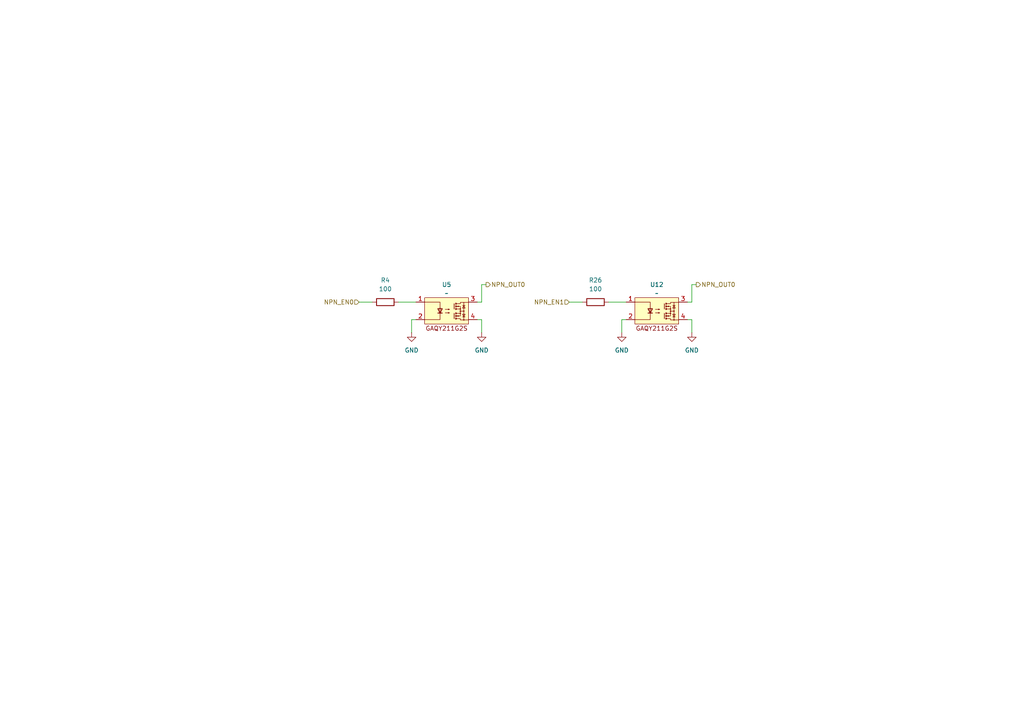
<source format=kicad_sch>
(kicad_sch (version 20250114) (generator "eeschema") (generator_version "9.0")
  (paper "A4")
  (lib_symbols
    (symbol "Device:R" (pin_numbers (hide yes)) (pin_names (offset 0))
      (property "Reference" "R" (at 2.032 0 90))
      (property "Value" "R" (at 0 0 90))
      (symbol "R_0_1"
        (rectangle (start -1.016 -2.54) (end 1.016 2.54) (stroke (width 0.254)))
      )
      (symbol "R_1_1"
        (pin passive line (at 0 3.81 270) (length 1.27) (name "~") (number "1"))
        (pin passive line (at 0 -3.81 90) (length 1.27) (name "~") (number "2"))
      )
    )
    (symbol "Riqi_Parts:GAQY211G2S"
      (property "Reference" "U" (at 0 0 0))
      (symbol "GAQY211G2S_0_1"
        (polyline (pts (xy -2.54 -2.54) (xy 1.905 -2.54) (xy 1.905 -4.445)))
        (polyline (pts (xy 1.27 -5.715) (xy 2.54 -5.715)) (stroke (width 0.254)))
        (polyline (pts (xy 1.905 -4.191) (xy 1.905 -7.62) (xy -2.54 -7.62)))
        (polyline (pts (xy 1.905 -5.715) (xy 1.27 -4.445) (xy 2.54 -4.445) (xy 1.905 -5.715)) (stroke (width 0.254)))
        (polyline (pts (xy 3.4016 -4.6346) (xy 4.6716 -4.6346) (xy 4.2906 -4.7616) (xy 4.2906 -4.5076) (xy 4.6716 -4.6346)))
        (polyline (pts (xy 3.4016 -5.6506) (xy 4.6716 -5.6506) (xy 4.2906 -5.7776) (xy 4.2906 -5.5236) (xy 4.6716 -5.6506)))
        (polyline (pts (xy 6.004 -3.0018) (xy 6.004 -4.5258)) (stroke (width 0.2032)))
        (polyline (pts (xy 6.004 -5.7958) (xy 6.004 -7.3198)) (stroke (width 0.2032)))
        (polyline (pts (xy 6.512 -2.8748) (xy 6.512 -3.1288) (xy 6.512 -3.1288)) (stroke (width 0.3556)))
        (polyline (pts (xy 6.512 -3.6368) (xy 6.512 -3.8908) (xy 6.512 -3.8908)) (stroke (width 0.3556)))
        (polyline (pts (xy 6.512 -4.3988) (xy 6.512 -4.6528) (xy 6.512 -4.6528)) (stroke (width 0.3556)))
        (polyline (pts (xy 6.512 -5.6688) (xy 6.512 -5.9228)) (stroke (width 0.3556)))
        (polyline (pts (xy 6.512 -6.4308) (xy 6.512 -6.6848) (xy 6.512 -6.6848)) (stroke (width 0.3556)))
        (polyline (pts (xy 6.512 -7.1928) (xy 6.512 -7.4468) (xy 6.512 -7.4468)) (stroke (width 0.3556)))
        (polyline (pts (xy 6.639 -3.0018) (xy 7.782 -3.0018) (xy 7.782 -2.6208) (xy 10.068 -2.6208)))
        (polyline (pts (xy 6.639 -3.7638) (xy 7.782 -3.7638) (xy 7.782 -4.5258)))
        (polyline (pts (xy 6.639 -5.7958) (xy 7.782 -5.7958) (xy 7.782 -4.5258) (xy 6.639 -4.5258)))
        (polyline (pts (xy 6.639 -6.5578) (xy 7.782 -6.5578) (xy 7.782 -5.7958)))
        (polyline (pts (xy 6.639 -7.3198) (xy 7.782 -7.3198) (xy 7.782 -7.7008) (xy 10.068 -7.7008)))
        (polyline (pts (xy 6.766 -3.7638) (xy 7.274 -3.6368) (xy 7.274 -3.8908) (xy 6.766 -3.7638)))
        (polyline (pts (xy 6.766 -6.5578) (xy 7.274 -6.4308) (xy 7.274 -6.6848) (xy 6.766 -6.5578)))
        (circle (center 7.782 -4.5258) (radius 0.127))
        (polyline (pts (xy 7.782 -5.1608) (xy 8.798 -5.1608)))
        (circle (center 7.782 -5.1608) (radius 0.127))
        (circle (center 7.782 -5.7958) (radius 0.127))
        (polyline (pts (xy 8.417 -3.5098) (xy 9.179 -3.5098)))
        (polyline (pts (xy 8.417 -6.8118) (xy 9.179 -6.8118)))
        (polyline (pts (xy 8.798 -3.5098) (xy 8.417 -4.2718) (xy 9.179 -4.2718) (xy 8.798 -3.5098)))
        (circle (center 8.798 -5.1608) (radius 0.127))
        (polyline (pts (xy 8.798 -6.8118) (xy 8.417 -6.0498) (xy 9.179 -6.0498) (xy 8.798 -6.8118)))
        (polyline (pts (xy 8.798 -7.7008) (xy 8.798 -2.6208)))
        (circle (center 8.798 -7.7008) (radius 0.127))
      )
      (symbol "GAQY211G2S_1_1"
        (rectangle (start -2.54 -1.27) (end 10.16 -8.89) (fill (type background)))
        (text "GAQY211G2S\n" (at 3.81 -10.16 0) (effects (font (size 1.27 1.27))))
        (pin input line (at -5.08 -2.54 0) (length 2.54) (name "") (number "1"))
        (pin input line (at -5.08 -7.62 0) (length 2.54) (name "") (number "2"))
        (pin input line (at 12.7 -2.54 180) (length 2.54) (name "") (number "3"))
        (pin input line (at 12.7 -7.62 180) (length 2.54) (name "") (number "4"))
      )
    )
    (symbol "power:GND" (power) (pin_numbers (hide yes)) (pin_names (offset 0) (hide yes))
      (property "Value" "GND" (at 0 -3.81 0))
      (symbol "GND_0_1"
        (polyline (pts (xy 0 0) (xy 0 -1.27) (xy 1.27 -1.27) (xy 0 -2.54) (xy -1.27 -1.27) (xy 0 -1.27)))
      )
      (symbol "GND_1_1"
        (pin power_in line (at 0 0 270) (length 0) (name "~") (number "1"))
      )
    )
  )
  (wire (pts (xy 199.39 92.71) (xy 200.66 92.71)))
  (wire (pts (xy 119.38 96.52) (xy 119.38 92.71)))
  (wire (pts (xy 200.66 82.55) (xy 200.66 87.63)))
  (wire (pts (xy 139.7 87.63) (xy 139.7 82.55)))
  (wire (pts (xy 176.53 87.63) (xy 181.61 87.63)))
  (wire (pts (xy 115.57 87.63) (xy 120.65 87.63)))
  (wire (pts (xy 180.34 92.71) (xy 181.61 92.71)))
  (wire (pts (xy 139.7 92.71) (xy 139.7 96.52)))
  (wire (pts (xy 119.38 92.71) (xy 120.65 92.71)))
  (wire (pts (xy 138.43 87.63) (xy 139.7 87.63)))
  (wire (pts (xy 165.1 87.63) (xy 168.91 87.63)))
  (wire (pts (xy 138.43 92.71) (xy 139.7 92.71)))
  (wire (pts (xy 139.7 82.55) (xy 140.97 82.55)))
  (wire (pts (xy 200.66 92.71) (xy 200.66 96.52)))
  (wire (pts (xy 199.39 87.63) (xy 200.66 87.63)))
  (wire (pts (xy 180.34 96.52) (xy 180.34 92.71)))
  (wire (pts (xy 201.93 82.55) (xy 200.66 82.55)))
  (wire (pts (xy 104.14 87.63) (xy 107.95 87.63)))
  (hierarchical_label "NPN_OUT0" (shape output) (at 201.93 82.55 0))
  (hierarchical_label "NPN_OUT0" (shape output) (at 140.97 82.55 0))
  (hierarchical_label "NPN_EN0" (shape input) (at 104.14 87.63 180))
  (hierarchical_label "NPN_EN1" (shape input) (at 165.1 87.63 180))
  (symbol (lib_id "Device:R") (at 172.72 87.63 90) (unit 1)
    (property "Reference" "R26" (at 172.72 81.28 90))
    (property "Value" "100" (at 172.72 83.82 90))
    (property "Description" "Resistor" (effects (hide yes)))
  )
  (symbol (lib_id "power:GND") (at 119.38 96.52 0) (unit 1)
    (property "Reference" "#PWR023" (effects (hide yes)))
    (property "Value" "GND" (at 119.38 101.6 0))
    (property "Description" "Power symbol creates a global label with name \"GND\" , ground" (effects (hide yes)))
  )
  (symbol (lib_id "power:GND") (at 200.66 96.52 0) (unit 1)
    (property "Reference" "#PWR024" (effects (hide yes)))
    (property "Value" "GND" (at 200.66 101.6 0))
    (property "Description" "Power symbol creates a global label with name \"GND\" , ground" (effects (hide yes)))
  )
  (symbol (lib_id "power:GND") (at 139.7 96.52 0) (unit 1)
    (property "Reference" "#PWR053" (effects (hide yes)))
    (property "Value" "GND" (at 139.7 101.6 0))
    (property "Description" "Power symbol creates a global label with name \"GND\" , ground" (effects (hide yes)))
  )
  (symbol (lib_id "power:GND") (at 180.34 96.52 0) (unit 1)
    (property "Reference" "#PWR027" (effects (hide yes)))
    (property "Value" "GND" (at 180.34 101.6 0))
    (property "Description" "Power symbol creates a global label with name \"GND\" , ground" (effects (hide yes)))
  )
  (symbol (lib_id "Device:R") (at 111.76 87.63 90) (unit 1)
    (property "Reference" "R4" (at 111.76 81.28 90))
    (property "Value" "100" (at 111.76 83.82 90))
    (property "Description" "Resistor" (effects (hide yes)))
  )
  (symbol (lib_id "Riqi_Parts:GAQY211G2S") (at 186.69 85.09 0) (unit 1)
    (property "Reference" "U12" (at 190.5 82.55 0))
    (property "Value" "~" (at 190.5 85.09 0))
    (property "Footprint" "Package_SO:SO-4_4.4x4.3mm_P2.54mm" (effects (hide yes)))
    (property "Datasheet" "https://lcsc.com/datasheet/lcsc_datasheet_2411220035_SUPSiC-GAQY211G2S_C7435104.pdf" (effects (hide yes)))
  )
  (symbol (lib_id "Riqi_Parts:GAQY211G2S") (at 125.73 85.09 0) (unit 1)
    (property "Reference" "U5" (at 129.54 82.55 0))
    (property "Value" "~" (at 129.54 85.09 0))
    (property "Footprint" "Package_SO:SO-4_4.4x4.3mm_P2.54mm" (effects (hide yes)))
    (property "Datasheet" "https://lcsc.com/datasheet/lcsc_datasheet_2411220035_SUPSiC-GAQY211G2S_C7435104.pdf" (effects (hide yes)))
  )
)
</source>
